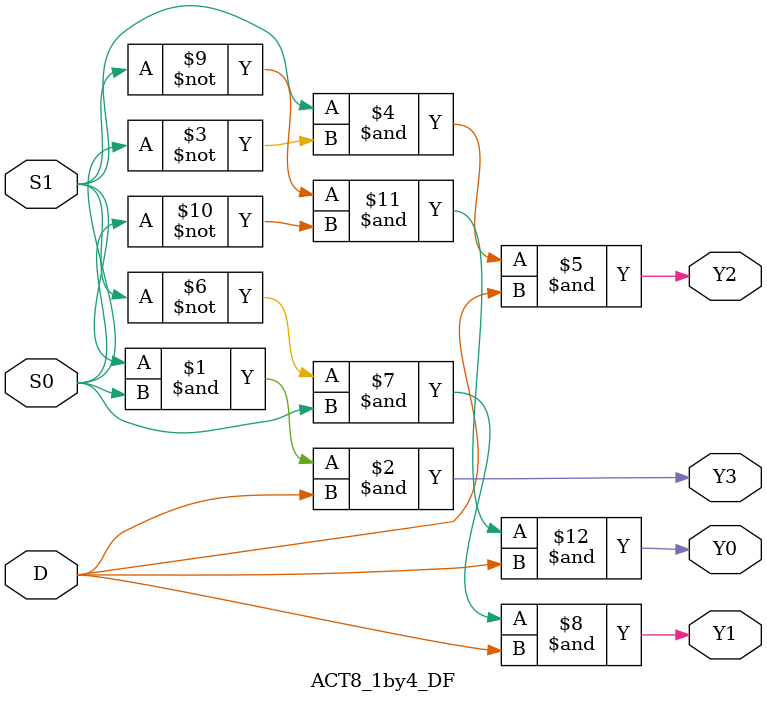
<source format=v>
module ACT8_1by4_DF (output Y0, Y1, Y2, Y3, input S1, S0, D);

assign Y3 = (S1 & S0 & D);
assign Y2 = (S1 & ~S0 & D);
assign Y1 = (~S1 & S0 & D);
assign Y0 = (~S1 & ~S0 & D);

endmodule
</source>
